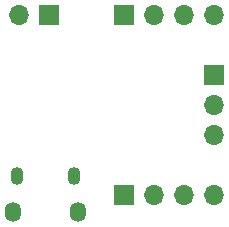
<source format=gbs>
%TF.GenerationSoftware,KiCad,Pcbnew,(5.1.10)-1*%
%TF.CreationDate,2021-06-21T20:23:21-05:00*%
%TF.ProjectId,USB_Dual_Supply,5553425f-4475-4616-9c5f-537570706c79,rev?*%
%TF.SameCoordinates,Original*%
%TF.FileFunction,Soldermask,Bot*%
%TF.FilePolarity,Negative*%
%FSLAX46Y46*%
G04 Gerber Fmt 4.6, Leading zero omitted, Abs format (unit mm)*
G04 Created by KiCad (PCBNEW (5.1.10)-1) date 2021-06-21 20:23:21*
%MOMM*%
%LPD*%
G01*
G04 APERTURE LIST*
%ADD10O,1.100000X1.500000*%
%ADD11O,1.350000X1.700000*%
%ADD12R,1.700000X1.700000*%
%ADD13O,1.700000X1.700000*%
G04 APERTURE END LIST*
D10*
%TO.C,J1*%
X131667000Y-121559000D03*
X136507000Y-121559000D03*
D11*
X131357000Y-124559000D03*
X136817000Y-124559000D03*
%TD*%
D12*
%TO.C,J2*%
X134366000Y-107950000D03*
D13*
X131826000Y-107950000D03*
%TD*%
D12*
%TO.C,J3*%
X140716000Y-107950000D03*
D13*
X143256000Y-107950000D03*
X145796000Y-107950000D03*
X148336000Y-107950000D03*
%TD*%
%TO.C,J4*%
X148336000Y-123190000D03*
X145796000Y-123190000D03*
X143256000Y-123190000D03*
D12*
X140716000Y-123190000D03*
%TD*%
%TO.C,J5*%
X148336000Y-113030000D03*
D13*
X148336000Y-115570000D03*
X148336000Y-118110000D03*
%TD*%
M02*

</source>
